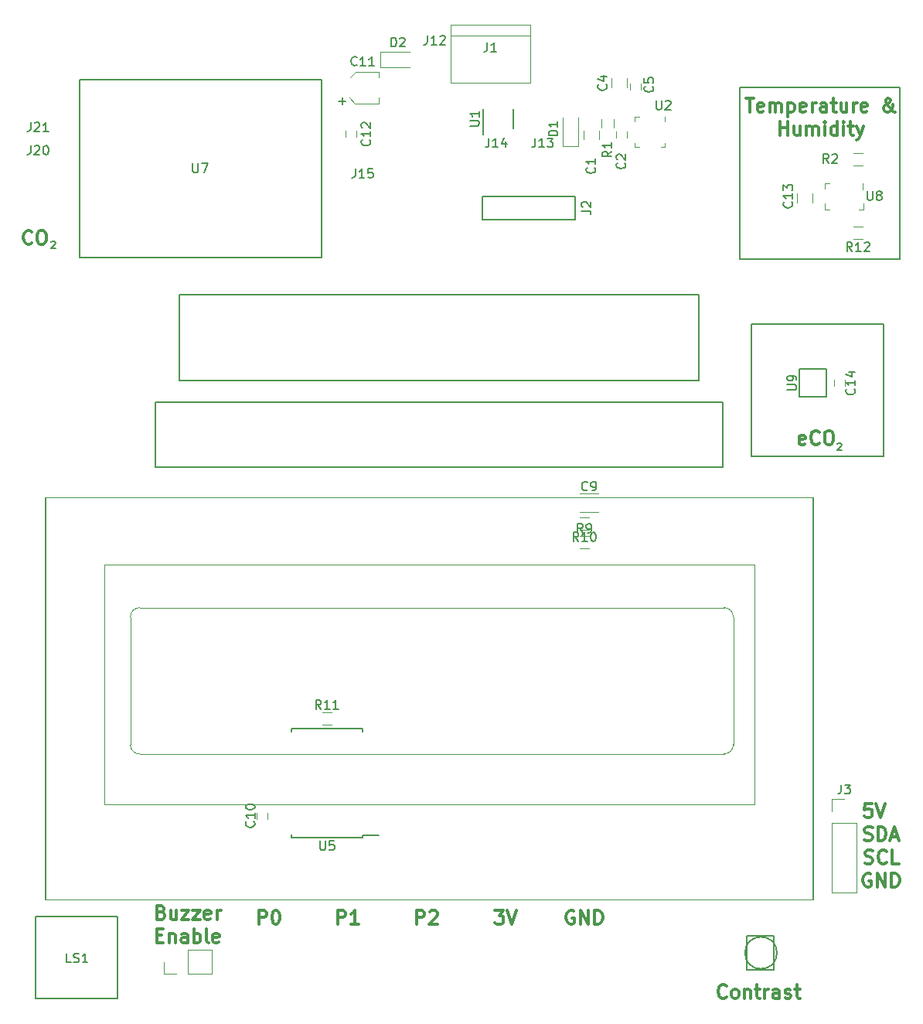
<source format=gbr>
G04 #@! TF.FileFunction,Legend,Top*
%FSLAX46Y46*%
G04 Gerber Fmt 4.6, Leading zero omitted, Abs format (unit mm)*
G04 Created by KiCad (PCBNEW 4.0.7) date Fri Feb 16 14:05:18 2018*
%MOMM*%
%LPD*%
G01*
G04 APERTURE LIST*
%ADD10C,0.100000*%
%ADD11C,0.300000*%
%ADD12C,0.190500*%
%ADD13C,0.200000*%
%ADD14C,0.150000*%
%ADD15C,0.120000*%
G04 APERTURE END LIST*
D10*
D11*
X153289143Y-153174000D02*
X153146286Y-153102571D01*
X152932000Y-153102571D01*
X152717715Y-153174000D01*
X152574857Y-153316857D01*
X152503429Y-153459714D01*
X152432000Y-153745429D01*
X152432000Y-153959714D01*
X152503429Y-154245429D01*
X152574857Y-154388286D01*
X152717715Y-154531143D01*
X152932000Y-154602571D01*
X153074857Y-154602571D01*
X153289143Y-154531143D01*
X153360572Y-154459714D01*
X153360572Y-153959714D01*
X153074857Y-153959714D01*
X154003429Y-154602571D02*
X154003429Y-153102571D01*
X154860572Y-154602571D01*
X154860572Y-153102571D01*
X155574858Y-154602571D02*
X155574858Y-153102571D01*
X155932001Y-153102571D01*
X156146286Y-153174000D01*
X156289144Y-153316857D01*
X156360572Y-153459714D01*
X156432001Y-153745429D01*
X156432001Y-153959714D01*
X156360572Y-154245429D01*
X156289144Y-154388286D01*
X156146286Y-154531143D01*
X155932001Y-154602571D01*
X155574858Y-154602571D01*
X144653144Y-153102571D02*
X145581715Y-153102571D01*
X145081715Y-153674000D01*
X145296001Y-153674000D01*
X145438858Y-153745429D01*
X145510287Y-153816857D01*
X145581715Y-153959714D01*
X145581715Y-154316857D01*
X145510287Y-154459714D01*
X145438858Y-154531143D01*
X145296001Y-154602571D01*
X144867429Y-154602571D01*
X144724572Y-154531143D01*
X144653144Y-154459714D01*
X146010286Y-153102571D02*
X146510286Y-154602571D01*
X147010286Y-153102571D01*
X136052858Y-154602571D02*
X136052858Y-153102571D01*
X136624286Y-153102571D01*
X136767144Y-153174000D01*
X136838572Y-153245429D01*
X136910001Y-153388286D01*
X136910001Y-153602571D01*
X136838572Y-153745429D01*
X136767144Y-153816857D01*
X136624286Y-153888286D01*
X136052858Y-153888286D01*
X137481429Y-153245429D02*
X137552858Y-153174000D01*
X137695715Y-153102571D01*
X138052858Y-153102571D01*
X138195715Y-153174000D01*
X138267144Y-153245429D01*
X138338572Y-153388286D01*
X138338572Y-153531143D01*
X138267144Y-153745429D01*
X137410001Y-154602571D01*
X138338572Y-154602571D01*
X127416858Y-154602571D02*
X127416858Y-153102571D01*
X127988286Y-153102571D01*
X128131144Y-153174000D01*
X128202572Y-153245429D01*
X128274001Y-153388286D01*
X128274001Y-153602571D01*
X128202572Y-153745429D01*
X128131144Y-153816857D01*
X127988286Y-153888286D01*
X127416858Y-153888286D01*
X129702572Y-154602571D02*
X128845429Y-154602571D01*
X129274001Y-154602571D02*
X129274001Y-153102571D01*
X129131144Y-153316857D01*
X128988286Y-153459714D01*
X128845429Y-153531143D01*
X118780858Y-154602571D02*
X118780858Y-153102571D01*
X119352286Y-153102571D01*
X119495144Y-153174000D01*
X119566572Y-153245429D01*
X119638001Y-153388286D01*
X119638001Y-153602571D01*
X119566572Y-153745429D01*
X119495144Y-153816857D01*
X119352286Y-153888286D01*
X118780858Y-153888286D01*
X120566572Y-153102571D02*
X120709429Y-153102571D01*
X120852286Y-153174000D01*
X120923715Y-153245429D01*
X120995144Y-153388286D01*
X121066572Y-153674000D01*
X121066572Y-154031143D01*
X120995144Y-154316857D01*
X120923715Y-154459714D01*
X120852286Y-154531143D01*
X120709429Y-154602571D01*
X120566572Y-154602571D01*
X120423715Y-154531143D01*
X120352286Y-154459714D01*
X120280858Y-154316857D01*
X120209429Y-154031143D01*
X120209429Y-153674000D01*
X120280858Y-153388286D01*
X120352286Y-153245429D01*
X120423715Y-153174000D01*
X120566572Y-153102571D01*
D12*
X96048286Y-79919286D02*
X96084572Y-79883000D01*
X96157143Y-79846714D01*
X96338572Y-79846714D01*
X96411143Y-79883000D01*
X96447429Y-79919286D01*
X96483714Y-79991857D01*
X96483714Y-80064429D01*
X96447429Y-80173286D01*
X96012000Y-80608714D01*
X96483714Y-80608714D01*
D11*
X93912572Y-80037714D02*
X93841143Y-80109143D01*
X93626857Y-80180571D01*
X93484000Y-80180571D01*
X93269715Y-80109143D01*
X93126857Y-79966286D01*
X93055429Y-79823429D01*
X92984000Y-79537714D01*
X92984000Y-79323429D01*
X93055429Y-79037714D01*
X93126857Y-78894857D01*
X93269715Y-78752000D01*
X93484000Y-78680571D01*
X93626857Y-78680571D01*
X93841143Y-78752000D01*
X93912572Y-78823429D01*
X94841143Y-78680571D02*
X95126857Y-78680571D01*
X95269715Y-78752000D01*
X95412572Y-78894857D01*
X95484000Y-79180571D01*
X95484000Y-79680571D01*
X95412572Y-79966286D01*
X95269715Y-80109143D01*
X95126857Y-80180571D01*
X94841143Y-80180571D01*
X94698286Y-80109143D01*
X94555429Y-79966286D01*
X94484000Y-79680571D01*
X94484000Y-79180571D01*
X94555429Y-78894857D01*
X94698286Y-78752000D01*
X94841143Y-78680571D01*
D13*
X188976000Y-62992000D02*
X171450000Y-62992000D01*
X188976000Y-81788000D02*
X188976000Y-62992000D01*
X171450000Y-81788000D02*
X188976000Y-81788000D01*
X171450000Y-62992000D02*
X171450000Y-81788000D01*
D11*
X172090001Y-64197571D02*
X172947144Y-64197571D01*
X172518573Y-65697571D02*
X172518573Y-64197571D01*
X174018572Y-65626143D02*
X173875715Y-65697571D01*
X173590001Y-65697571D01*
X173447144Y-65626143D01*
X173375715Y-65483286D01*
X173375715Y-64911857D01*
X173447144Y-64769000D01*
X173590001Y-64697571D01*
X173875715Y-64697571D01*
X174018572Y-64769000D01*
X174090001Y-64911857D01*
X174090001Y-65054714D01*
X173375715Y-65197571D01*
X174732858Y-65697571D02*
X174732858Y-64697571D01*
X174732858Y-64840429D02*
X174804286Y-64769000D01*
X174947144Y-64697571D01*
X175161429Y-64697571D01*
X175304286Y-64769000D01*
X175375715Y-64911857D01*
X175375715Y-65697571D01*
X175375715Y-64911857D02*
X175447144Y-64769000D01*
X175590001Y-64697571D01*
X175804286Y-64697571D01*
X175947144Y-64769000D01*
X176018572Y-64911857D01*
X176018572Y-65697571D01*
X176732858Y-64697571D02*
X176732858Y-66197571D01*
X176732858Y-64769000D02*
X176875715Y-64697571D01*
X177161429Y-64697571D01*
X177304286Y-64769000D01*
X177375715Y-64840429D01*
X177447144Y-64983286D01*
X177447144Y-65411857D01*
X177375715Y-65554714D01*
X177304286Y-65626143D01*
X177161429Y-65697571D01*
X176875715Y-65697571D01*
X176732858Y-65626143D01*
X178661429Y-65626143D02*
X178518572Y-65697571D01*
X178232858Y-65697571D01*
X178090001Y-65626143D01*
X178018572Y-65483286D01*
X178018572Y-64911857D01*
X178090001Y-64769000D01*
X178232858Y-64697571D01*
X178518572Y-64697571D01*
X178661429Y-64769000D01*
X178732858Y-64911857D01*
X178732858Y-65054714D01*
X178018572Y-65197571D01*
X179375715Y-65697571D02*
X179375715Y-64697571D01*
X179375715Y-64983286D02*
X179447143Y-64840429D01*
X179518572Y-64769000D01*
X179661429Y-64697571D01*
X179804286Y-64697571D01*
X180947143Y-65697571D02*
X180947143Y-64911857D01*
X180875714Y-64769000D01*
X180732857Y-64697571D01*
X180447143Y-64697571D01*
X180304286Y-64769000D01*
X180947143Y-65626143D02*
X180804286Y-65697571D01*
X180447143Y-65697571D01*
X180304286Y-65626143D01*
X180232857Y-65483286D01*
X180232857Y-65340429D01*
X180304286Y-65197571D01*
X180447143Y-65126143D01*
X180804286Y-65126143D01*
X180947143Y-65054714D01*
X181447143Y-64697571D02*
X182018572Y-64697571D01*
X181661429Y-64197571D02*
X181661429Y-65483286D01*
X181732857Y-65626143D01*
X181875715Y-65697571D01*
X182018572Y-65697571D01*
X183161429Y-64697571D02*
X183161429Y-65697571D01*
X182518572Y-64697571D02*
X182518572Y-65483286D01*
X182590000Y-65626143D01*
X182732858Y-65697571D01*
X182947143Y-65697571D01*
X183090000Y-65626143D01*
X183161429Y-65554714D01*
X183875715Y-65697571D02*
X183875715Y-64697571D01*
X183875715Y-64983286D02*
X183947143Y-64840429D01*
X184018572Y-64769000D01*
X184161429Y-64697571D01*
X184304286Y-64697571D01*
X185375714Y-65626143D02*
X185232857Y-65697571D01*
X184947143Y-65697571D01*
X184804286Y-65626143D01*
X184732857Y-65483286D01*
X184732857Y-64911857D01*
X184804286Y-64769000D01*
X184947143Y-64697571D01*
X185232857Y-64697571D01*
X185375714Y-64769000D01*
X185447143Y-64911857D01*
X185447143Y-65054714D01*
X184732857Y-65197571D01*
X188447143Y-65697571D02*
X188375714Y-65697571D01*
X188232857Y-65626143D01*
X188018571Y-65411857D01*
X187661428Y-64983286D01*
X187518571Y-64769000D01*
X187447143Y-64554714D01*
X187447143Y-64411857D01*
X187518571Y-64269000D01*
X187661428Y-64197571D01*
X187732857Y-64197571D01*
X187875714Y-64269000D01*
X187947143Y-64411857D01*
X187947143Y-64483286D01*
X187875714Y-64626143D01*
X187804285Y-64697571D01*
X187375714Y-64983286D01*
X187304285Y-65054714D01*
X187232857Y-65197571D01*
X187232857Y-65411857D01*
X187304285Y-65554714D01*
X187375714Y-65626143D01*
X187518571Y-65697571D01*
X187732857Y-65697571D01*
X187875714Y-65626143D01*
X187947143Y-65554714D01*
X188161428Y-65269000D01*
X188232857Y-65054714D01*
X188232857Y-64911857D01*
X175840000Y-68247571D02*
X175840000Y-66747571D01*
X175840000Y-67461857D02*
X176697143Y-67461857D01*
X176697143Y-68247571D02*
X176697143Y-66747571D01*
X178054286Y-67247571D02*
X178054286Y-68247571D01*
X177411429Y-67247571D02*
X177411429Y-68033286D01*
X177482857Y-68176143D01*
X177625715Y-68247571D01*
X177840000Y-68247571D01*
X177982857Y-68176143D01*
X178054286Y-68104714D01*
X178768572Y-68247571D02*
X178768572Y-67247571D01*
X178768572Y-67390429D02*
X178840000Y-67319000D01*
X178982858Y-67247571D01*
X179197143Y-67247571D01*
X179340000Y-67319000D01*
X179411429Y-67461857D01*
X179411429Y-68247571D01*
X179411429Y-67461857D02*
X179482858Y-67319000D01*
X179625715Y-67247571D01*
X179840000Y-67247571D01*
X179982858Y-67319000D01*
X180054286Y-67461857D01*
X180054286Y-68247571D01*
X180768572Y-68247571D02*
X180768572Y-67247571D01*
X180768572Y-66747571D02*
X180697143Y-66819000D01*
X180768572Y-66890429D01*
X180840000Y-66819000D01*
X180768572Y-66747571D01*
X180768572Y-66890429D01*
X182125715Y-68247571D02*
X182125715Y-66747571D01*
X182125715Y-68176143D02*
X181982858Y-68247571D01*
X181697144Y-68247571D01*
X181554286Y-68176143D01*
X181482858Y-68104714D01*
X181411429Y-67961857D01*
X181411429Y-67533286D01*
X181482858Y-67390429D01*
X181554286Y-67319000D01*
X181697144Y-67247571D01*
X181982858Y-67247571D01*
X182125715Y-67319000D01*
X182840001Y-68247571D02*
X182840001Y-67247571D01*
X182840001Y-66747571D02*
X182768572Y-66819000D01*
X182840001Y-66890429D01*
X182911429Y-66819000D01*
X182840001Y-66747571D01*
X182840001Y-66890429D01*
X183340001Y-67247571D02*
X183911430Y-67247571D01*
X183554287Y-66747571D02*
X183554287Y-68033286D01*
X183625715Y-68176143D01*
X183768573Y-68247571D01*
X183911430Y-68247571D01*
X184268573Y-67247571D02*
X184625716Y-68247571D01*
X184982858Y-67247571D02*
X184625716Y-68247571D01*
X184482858Y-68604714D01*
X184411430Y-68676143D01*
X184268573Y-68747571D01*
D13*
X172720000Y-103378000D02*
X172720000Y-88900000D01*
X187198000Y-103378000D02*
X172720000Y-103378000D01*
X187198000Y-88900000D02*
X187198000Y-103378000D01*
X172720000Y-88900000D02*
X187198000Y-88900000D01*
D12*
X182154286Y-102017286D02*
X182190572Y-101981000D01*
X182263143Y-101944714D01*
X182444572Y-101944714D01*
X182517143Y-101981000D01*
X182553429Y-102017286D01*
X182589714Y-102089857D01*
X182589714Y-102162429D01*
X182553429Y-102271286D01*
X182118000Y-102706714D01*
X182589714Y-102706714D01*
D11*
X178582000Y-102029343D02*
X178439143Y-102100771D01*
X178153429Y-102100771D01*
X178010572Y-102029343D01*
X177939143Y-101886486D01*
X177939143Y-101315057D01*
X178010572Y-101172200D01*
X178153429Y-101100771D01*
X178439143Y-101100771D01*
X178582000Y-101172200D01*
X178653429Y-101315057D01*
X178653429Y-101457914D01*
X177939143Y-101600771D01*
X180153429Y-101957914D02*
X180082000Y-102029343D01*
X179867714Y-102100771D01*
X179724857Y-102100771D01*
X179510572Y-102029343D01*
X179367714Y-101886486D01*
X179296286Y-101743629D01*
X179224857Y-101457914D01*
X179224857Y-101243629D01*
X179296286Y-100957914D01*
X179367714Y-100815057D01*
X179510572Y-100672200D01*
X179724857Y-100600771D01*
X179867714Y-100600771D01*
X180082000Y-100672200D01*
X180153429Y-100743629D01*
X181082000Y-100600771D02*
X181367714Y-100600771D01*
X181510572Y-100672200D01*
X181653429Y-100815057D01*
X181724857Y-101100771D01*
X181724857Y-101600771D01*
X181653429Y-101886486D01*
X181510572Y-102029343D01*
X181367714Y-102100771D01*
X181082000Y-102100771D01*
X180939143Y-102029343D01*
X180796286Y-101886486D01*
X180724857Y-101600771D01*
X180724857Y-101100771D01*
X180796286Y-100815057D01*
X180939143Y-100672200D01*
X181082000Y-100600771D01*
X169982000Y-162587714D02*
X169910571Y-162659143D01*
X169696285Y-162730571D01*
X169553428Y-162730571D01*
X169339143Y-162659143D01*
X169196285Y-162516286D01*
X169124857Y-162373429D01*
X169053428Y-162087714D01*
X169053428Y-161873429D01*
X169124857Y-161587714D01*
X169196285Y-161444857D01*
X169339143Y-161302000D01*
X169553428Y-161230571D01*
X169696285Y-161230571D01*
X169910571Y-161302000D01*
X169982000Y-161373429D01*
X170839143Y-162730571D02*
X170696285Y-162659143D01*
X170624857Y-162587714D01*
X170553428Y-162444857D01*
X170553428Y-162016286D01*
X170624857Y-161873429D01*
X170696285Y-161802000D01*
X170839143Y-161730571D01*
X171053428Y-161730571D01*
X171196285Y-161802000D01*
X171267714Y-161873429D01*
X171339143Y-162016286D01*
X171339143Y-162444857D01*
X171267714Y-162587714D01*
X171196285Y-162659143D01*
X171053428Y-162730571D01*
X170839143Y-162730571D01*
X171982000Y-161730571D02*
X171982000Y-162730571D01*
X171982000Y-161873429D02*
X172053428Y-161802000D01*
X172196286Y-161730571D01*
X172410571Y-161730571D01*
X172553428Y-161802000D01*
X172624857Y-161944857D01*
X172624857Y-162730571D01*
X173124857Y-161730571D02*
X173696286Y-161730571D01*
X173339143Y-161230571D02*
X173339143Y-162516286D01*
X173410571Y-162659143D01*
X173553429Y-162730571D01*
X173696286Y-162730571D01*
X174196286Y-162730571D02*
X174196286Y-161730571D01*
X174196286Y-162016286D02*
X174267714Y-161873429D01*
X174339143Y-161802000D01*
X174482000Y-161730571D01*
X174624857Y-161730571D01*
X175767714Y-162730571D02*
X175767714Y-161944857D01*
X175696285Y-161802000D01*
X175553428Y-161730571D01*
X175267714Y-161730571D01*
X175124857Y-161802000D01*
X175767714Y-162659143D02*
X175624857Y-162730571D01*
X175267714Y-162730571D01*
X175124857Y-162659143D01*
X175053428Y-162516286D01*
X175053428Y-162373429D01*
X175124857Y-162230571D01*
X175267714Y-162159143D01*
X175624857Y-162159143D01*
X175767714Y-162087714D01*
X176410571Y-162659143D02*
X176553428Y-162730571D01*
X176839143Y-162730571D01*
X176982000Y-162659143D01*
X177053428Y-162516286D01*
X177053428Y-162444857D01*
X176982000Y-162302000D01*
X176839143Y-162230571D01*
X176624857Y-162230571D01*
X176482000Y-162159143D01*
X176410571Y-162016286D01*
X176410571Y-161944857D01*
X176482000Y-161802000D01*
X176624857Y-161730571D01*
X176839143Y-161730571D01*
X176982000Y-161802000D01*
X177482000Y-161730571D02*
X178053429Y-161730571D01*
X177696286Y-161230571D02*
X177696286Y-162516286D01*
X177767714Y-162659143D01*
X177910572Y-162730571D01*
X178053429Y-162730571D01*
X185801143Y-149110000D02*
X185658286Y-149038571D01*
X185444000Y-149038571D01*
X185229715Y-149110000D01*
X185086857Y-149252857D01*
X185015429Y-149395714D01*
X184944000Y-149681429D01*
X184944000Y-149895714D01*
X185015429Y-150181429D01*
X185086857Y-150324286D01*
X185229715Y-150467143D01*
X185444000Y-150538571D01*
X185586857Y-150538571D01*
X185801143Y-150467143D01*
X185872572Y-150395714D01*
X185872572Y-149895714D01*
X185586857Y-149895714D01*
X186515429Y-150538571D02*
X186515429Y-149038571D01*
X187372572Y-150538571D01*
X187372572Y-149038571D01*
X188086858Y-150538571D02*
X188086858Y-149038571D01*
X188444001Y-149038571D01*
X188658286Y-149110000D01*
X188801144Y-149252857D01*
X188872572Y-149395714D01*
X188944001Y-149681429D01*
X188944001Y-149895714D01*
X188872572Y-150181429D01*
X188801144Y-150324286D01*
X188658286Y-150467143D01*
X188444001Y-150538571D01*
X188086858Y-150538571D01*
X185158286Y-147927143D02*
X185372572Y-147998571D01*
X185729715Y-147998571D01*
X185872572Y-147927143D01*
X185944001Y-147855714D01*
X186015429Y-147712857D01*
X186015429Y-147570000D01*
X185944001Y-147427143D01*
X185872572Y-147355714D01*
X185729715Y-147284286D01*
X185444001Y-147212857D01*
X185301143Y-147141429D01*
X185229715Y-147070000D01*
X185158286Y-146927143D01*
X185158286Y-146784286D01*
X185229715Y-146641429D01*
X185301143Y-146570000D01*
X185444001Y-146498571D01*
X185801143Y-146498571D01*
X186015429Y-146570000D01*
X187515429Y-147855714D02*
X187444000Y-147927143D01*
X187229714Y-147998571D01*
X187086857Y-147998571D01*
X186872572Y-147927143D01*
X186729714Y-147784286D01*
X186658286Y-147641429D01*
X186586857Y-147355714D01*
X186586857Y-147141429D01*
X186658286Y-146855714D01*
X186729714Y-146712857D01*
X186872572Y-146570000D01*
X187086857Y-146498571D01*
X187229714Y-146498571D01*
X187444000Y-146570000D01*
X187515429Y-146641429D01*
X188872572Y-147998571D02*
X188158286Y-147998571D01*
X188158286Y-146498571D01*
X185122572Y-145387143D02*
X185336858Y-145458571D01*
X185694001Y-145458571D01*
X185836858Y-145387143D01*
X185908287Y-145315714D01*
X185979715Y-145172857D01*
X185979715Y-145030000D01*
X185908287Y-144887143D01*
X185836858Y-144815714D01*
X185694001Y-144744286D01*
X185408287Y-144672857D01*
X185265429Y-144601429D01*
X185194001Y-144530000D01*
X185122572Y-144387143D01*
X185122572Y-144244286D01*
X185194001Y-144101429D01*
X185265429Y-144030000D01*
X185408287Y-143958571D01*
X185765429Y-143958571D01*
X185979715Y-144030000D01*
X186622572Y-145458571D02*
X186622572Y-143958571D01*
X186979715Y-143958571D01*
X187194000Y-144030000D01*
X187336858Y-144172857D01*
X187408286Y-144315714D01*
X187479715Y-144601429D01*
X187479715Y-144815714D01*
X187408286Y-145101429D01*
X187336858Y-145244286D01*
X187194000Y-145387143D01*
X186979715Y-145458571D01*
X186622572Y-145458571D01*
X188051143Y-145030000D02*
X188765429Y-145030000D01*
X187908286Y-145458571D02*
X188408286Y-143958571D01*
X188908286Y-145458571D01*
X185896287Y-141418571D02*
X185182001Y-141418571D01*
X185110572Y-142132857D01*
X185182001Y-142061429D01*
X185324858Y-141990000D01*
X185682001Y-141990000D01*
X185824858Y-142061429D01*
X185896287Y-142132857D01*
X185967715Y-142275714D01*
X185967715Y-142632857D01*
X185896287Y-142775714D01*
X185824858Y-142847143D01*
X185682001Y-142918571D01*
X185324858Y-142918571D01*
X185182001Y-142847143D01*
X185110572Y-142775714D01*
X186396286Y-141418571D02*
X186896286Y-142918571D01*
X187396286Y-141418571D01*
X108105143Y-153303857D02*
X108319429Y-153375286D01*
X108390857Y-153446714D01*
X108462286Y-153589571D01*
X108462286Y-153803857D01*
X108390857Y-153946714D01*
X108319429Y-154018143D01*
X108176571Y-154089571D01*
X107605143Y-154089571D01*
X107605143Y-152589571D01*
X108105143Y-152589571D01*
X108248000Y-152661000D01*
X108319429Y-152732429D01*
X108390857Y-152875286D01*
X108390857Y-153018143D01*
X108319429Y-153161000D01*
X108248000Y-153232429D01*
X108105143Y-153303857D01*
X107605143Y-153303857D01*
X109748000Y-153089571D02*
X109748000Y-154089571D01*
X109105143Y-153089571D02*
X109105143Y-153875286D01*
X109176571Y-154018143D01*
X109319429Y-154089571D01*
X109533714Y-154089571D01*
X109676571Y-154018143D01*
X109748000Y-153946714D01*
X110319429Y-153089571D02*
X111105143Y-153089571D01*
X110319429Y-154089571D01*
X111105143Y-154089571D01*
X111533715Y-153089571D02*
X112319429Y-153089571D01*
X111533715Y-154089571D01*
X112319429Y-154089571D01*
X113462286Y-154018143D02*
X113319429Y-154089571D01*
X113033715Y-154089571D01*
X112890858Y-154018143D01*
X112819429Y-153875286D01*
X112819429Y-153303857D01*
X112890858Y-153161000D01*
X113033715Y-153089571D01*
X113319429Y-153089571D01*
X113462286Y-153161000D01*
X113533715Y-153303857D01*
X113533715Y-153446714D01*
X112819429Y-153589571D01*
X114176572Y-154089571D02*
X114176572Y-153089571D01*
X114176572Y-153375286D02*
X114248000Y-153232429D01*
X114319429Y-153161000D01*
X114462286Y-153089571D01*
X114605143Y-153089571D01*
X107605143Y-155853857D02*
X108105143Y-155853857D01*
X108319429Y-156639571D02*
X107605143Y-156639571D01*
X107605143Y-155139571D01*
X108319429Y-155139571D01*
X108962286Y-155639571D02*
X108962286Y-156639571D01*
X108962286Y-155782429D02*
X109033714Y-155711000D01*
X109176572Y-155639571D01*
X109390857Y-155639571D01*
X109533714Y-155711000D01*
X109605143Y-155853857D01*
X109605143Y-156639571D01*
X110962286Y-156639571D02*
X110962286Y-155853857D01*
X110890857Y-155711000D01*
X110748000Y-155639571D01*
X110462286Y-155639571D01*
X110319429Y-155711000D01*
X110962286Y-156568143D02*
X110819429Y-156639571D01*
X110462286Y-156639571D01*
X110319429Y-156568143D01*
X110248000Y-156425286D01*
X110248000Y-156282429D01*
X110319429Y-156139571D01*
X110462286Y-156068143D01*
X110819429Y-156068143D01*
X110962286Y-155996714D01*
X111676572Y-156639571D02*
X111676572Y-155139571D01*
X111676572Y-155711000D02*
X111819429Y-155639571D01*
X112105143Y-155639571D01*
X112248000Y-155711000D01*
X112319429Y-155782429D01*
X112390858Y-155925286D01*
X112390858Y-156353857D01*
X112319429Y-156496714D01*
X112248000Y-156568143D01*
X112105143Y-156639571D01*
X111819429Y-156639571D01*
X111676572Y-156568143D01*
X113248001Y-156639571D02*
X113105143Y-156568143D01*
X113033715Y-156425286D01*
X113033715Y-155139571D01*
X114390857Y-156568143D02*
X114248000Y-156639571D01*
X113962286Y-156639571D01*
X113819429Y-156568143D01*
X113748000Y-156425286D01*
X113748000Y-155853857D01*
X113819429Y-155711000D01*
X113962286Y-155639571D01*
X114248000Y-155639571D01*
X114390857Y-155711000D01*
X114462286Y-155853857D01*
X114462286Y-155996714D01*
X113748000Y-156139571D01*
D14*
X169621200Y-97459800D02*
X107442000Y-97459800D01*
X169621200Y-104571800D02*
X169621200Y-97459800D01*
X107442000Y-104571800D02*
X169621200Y-104571800D01*
X107442000Y-97459800D02*
X107442000Y-104571800D01*
D15*
X155940000Y-107438000D02*
X153940000Y-107438000D01*
X153940000Y-109478000D02*
X155940000Y-109478000D01*
X148469600Y-56142600D02*
X139769600Y-56142600D01*
X148469600Y-62552600D02*
X139769600Y-62552600D01*
X139769600Y-62552600D02*
X139769600Y-56142600D01*
X139769600Y-57372600D02*
X148469600Y-57372600D01*
X148469600Y-56142600D02*
X148469600Y-62552600D01*
D14*
X179464001Y-107892000D02*
X179464001Y-151892000D01*
X95464001Y-151892000D02*
X95464001Y-107892000D01*
D15*
X95464001Y-107892000D02*
X179464001Y-107892000D01*
X179464001Y-151892000D02*
X95464001Y-151892000D01*
X140234001Y-151950000D02*
X137234001Y-151950000D01*
X104704001Y-134982000D02*
X104704001Y-120982000D01*
X169734001Y-135982000D02*
X105734001Y-135982000D01*
X170734001Y-120982000D02*
X170734001Y-134982000D01*
X105734001Y-119982000D02*
X169734001Y-119982000D01*
X170729401Y-120959060D02*
G75*
G03X169728641Y-119958300I-1000760J0D01*
G01*
X169738641Y-135977760D02*
G75*
G03X170736861Y-134979540I0J998220D01*
G01*
X104700041Y-134989540D02*
G75*
G03X105698261Y-135987760I998220J0D01*
G01*
X105708261Y-119978300D02*
G75*
G03X104707501Y-120979060I0J-1000760D01*
G01*
X101864001Y-115242000D02*
X173064001Y-115242000D01*
X173064001Y-115242000D02*
X173064001Y-141542000D01*
X173064001Y-141542000D02*
X101864001Y-141542000D01*
X101864001Y-141542000D02*
X101864001Y-115242000D01*
X156044000Y-68724400D02*
X156044000Y-67724400D01*
X154344000Y-67724400D02*
X154344000Y-68724400D01*
X159096001Y-67808400D02*
X159096001Y-68508400D01*
X157896001Y-68508400D02*
X157896001Y-67808400D01*
X157366600Y-62034799D02*
X157366600Y-63034799D01*
X159066600Y-63034799D02*
X159066600Y-62034799D01*
X159445400Y-63265800D02*
X159445400Y-62565800D01*
X160645400Y-62565800D02*
X160645400Y-63265800D01*
X118526000Y-143098000D02*
X118526000Y-142398000D01*
X119726000Y-142398000D02*
X119726000Y-143098000D01*
X129319600Y-64772800D02*
X128709600Y-64162800D01*
X131879600Y-64772800D02*
X131879600Y-64162800D01*
X129339600Y-61332800D02*
X128739600Y-61922800D01*
X131879600Y-61332800D02*
X131879600Y-61922800D01*
X129319600Y-64772800D02*
X131859600Y-64772800D01*
X131879600Y-61332800D02*
X129339600Y-61332800D01*
X129479600Y-67772801D02*
X129479600Y-68472801D01*
X128279600Y-68472801D02*
X128279600Y-67772801D01*
X179413194Y-75604644D02*
X179413194Y-74604644D01*
X177713194Y-74604644D02*
X177713194Y-75604644D01*
X182972000Y-95027000D02*
X182972000Y-95727000D01*
X181772000Y-95727000D02*
X181772000Y-95027000D01*
X152058000Y-69464000D02*
X153758000Y-69464000D01*
X153758000Y-69464000D02*
X153758000Y-66314000D01*
X152058000Y-69464000D02*
X152058000Y-66314000D01*
X157652000Y-66454400D02*
X157652000Y-67454400D01*
X156292000Y-67454400D02*
X156292000Y-66454400D01*
X154932000Y-113456000D02*
X153932000Y-113456000D01*
X153932000Y-112096000D02*
X154932000Y-112096000D01*
X154932000Y-111424000D02*
X153932000Y-111424000D01*
X153932000Y-110064000D02*
X154932000Y-110064000D01*
X126738000Y-132760000D02*
X125738000Y-132760000D01*
X125738000Y-131400000D02*
X126738000Y-131400000D01*
X183904000Y-78288600D02*
X184904000Y-78288600D01*
X184904000Y-79648600D02*
X183904000Y-79648600D01*
D14*
X172220000Y-159637000D02*
X172220000Y-155887000D01*
X175220000Y-159637000D02*
X172220000Y-159637000D01*
X175220000Y-155887000D02*
X175220000Y-159637000D01*
X172220000Y-155887000D02*
X175220000Y-155887000D01*
X175520000Y-157762000D02*
G75*
G03X175520000Y-157762000I-1750000J0D01*
G01*
D15*
X163280200Y-69078204D02*
X163280200Y-69578204D01*
X163280200Y-69578204D02*
X162780200Y-69578204D01*
X159960200Y-66758204D02*
X159960200Y-66258204D01*
X159960200Y-66258204D02*
X160460200Y-66258204D01*
X159960200Y-69078204D02*
X159960200Y-69578204D01*
X159960200Y-69578204D02*
X160460200Y-69578204D01*
X163280200Y-66258204D02*
X163280200Y-66758204D01*
D14*
X130113000Y-145142000D02*
X130113000Y-144892000D01*
X122363000Y-145142000D02*
X122363000Y-144797000D01*
X122363000Y-133242000D02*
X122363000Y-133587000D01*
X130113000Y-133242000D02*
X130113000Y-133587000D01*
X130113000Y-145142000D02*
X122363000Y-145142000D01*
X130113000Y-133242000D02*
X122363000Y-133242000D01*
X130113000Y-144892000D02*
X131938000Y-144892000D01*
X180957000Y-96877000D02*
X177957000Y-96877000D01*
X180957000Y-93877000D02*
X180957000Y-96877000D01*
X177957000Y-93877000D02*
X180957000Y-93877000D01*
X177957000Y-96877000D02*
X177957000Y-93877000D01*
X99119599Y-62182800D02*
X99119599Y-81682800D01*
X125629599Y-62182800D02*
X125619599Y-81682800D01*
X125619599Y-62182800D02*
X99119599Y-62182800D01*
X125619599Y-81682800D02*
X99119599Y-81682800D01*
D15*
X132110400Y-59119400D02*
X132110400Y-60819400D01*
X132110400Y-60819400D02*
X135260400Y-60819400D01*
X132110400Y-59119400D02*
X135260400Y-59119400D01*
X113598000Y-160080000D02*
X113598000Y-157420000D01*
X110998000Y-160080000D02*
X113598000Y-160080000D01*
X110998000Y-157420000D02*
X113598000Y-157420000D01*
X110998000Y-160080000D02*
X110998000Y-157420000D01*
X109728000Y-160080000D02*
X108398000Y-160080000D01*
X108398000Y-160080000D02*
X108398000Y-158750000D01*
D14*
X167005000Y-85725000D02*
X110109000Y-85725000D01*
X167005000Y-95123000D02*
X167005000Y-85725000D01*
X110109000Y-95123000D02*
X167005000Y-95123000D01*
X110109000Y-85725000D02*
X110109000Y-95123000D01*
X94306000Y-162742000D02*
X94306000Y-153742000D01*
X103306000Y-162742000D02*
X94306000Y-162742000D01*
X103306000Y-153742000D02*
X103306000Y-162742000D01*
X94306000Y-153742000D02*
X103306000Y-153742000D01*
X143256000Y-74930000D02*
X153416000Y-74930000D01*
X143256000Y-77470000D02*
X143256000Y-74930000D01*
X153416000Y-77470000D02*
X143256000Y-77470000D01*
X153416000Y-74930000D02*
X153416000Y-77470000D01*
D15*
X181550000Y-151190000D02*
X184210000Y-151190000D01*
X181550000Y-143510000D02*
X181550000Y-151190000D01*
X184210000Y-143510000D02*
X184210000Y-151190000D01*
X181550000Y-143510000D02*
X184210000Y-143510000D01*
X181550000Y-142240000D02*
X181550000Y-140910000D01*
X181550000Y-140910000D02*
X182880000Y-140910000D01*
D14*
X146684000Y-67474000D02*
X146684000Y-65424000D01*
X143384000Y-68179000D02*
X143384000Y-65424000D01*
D10*
X181260000Y-73480000D02*
X180780000Y-73480000D01*
X180780000Y-73480000D02*
X180780000Y-74120000D01*
X184930000Y-73530000D02*
X184930000Y-74170000D01*
X180780000Y-75740000D02*
X180780000Y-76380000D01*
X181260000Y-76380000D02*
X180780000Y-76380000D01*
X184980000Y-75740000D02*
X184980000Y-76380000D01*
X184980000Y-76380000D02*
X184500000Y-76380000D01*
D15*
X183904000Y-70186000D02*
X184904000Y-70186000D01*
X184904000Y-71546000D02*
X183904000Y-71546000D01*
D14*
X154773334Y-107065143D02*
X154725715Y-107112762D01*
X154582858Y-107160381D01*
X154487620Y-107160381D01*
X154344762Y-107112762D01*
X154249524Y-107017524D01*
X154201905Y-106922286D01*
X154154286Y-106731810D01*
X154154286Y-106588952D01*
X154201905Y-106398476D01*
X154249524Y-106303238D01*
X154344762Y-106208000D01*
X154487620Y-106160381D01*
X154582858Y-106160381D01*
X154725715Y-106208000D01*
X154773334Y-106255619D01*
X155249524Y-107160381D02*
X155440000Y-107160381D01*
X155535239Y-107112762D01*
X155582858Y-107065143D01*
X155678096Y-106922286D01*
X155725715Y-106731810D01*
X155725715Y-106350857D01*
X155678096Y-106255619D01*
X155630477Y-106208000D01*
X155535239Y-106160381D01*
X155344762Y-106160381D01*
X155249524Y-106208000D01*
X155201905Y-106255619D01*
X155154286Y-106350857D01*
X155154286Y-106588952D01*
X155201905Y-106684190D01*
X155249524Y-106731810D01*
X155344762Y-106779429D01*
X155535239Y-106779429D01*
X155630477Y-106731810D01*
X155678096Y-106684190D01*
X155725715Y-106588952D01*
X143786267Y-58100981D02*
X143786267Y-58815267D01*
X143738647Y-58958124D01*
X143643409Y-59053362D01*
X143500552Y-59100981D01*
X143405314Y-59100981D01*
X144786267Y-59100981D02*
X144214838Y-59100981D01*
X144500552Y-59100981D02*
X144500552Y-58100981D01*
X144405314Y-58243838D01*
X144310076Y-58339076D01*
X144214838Y-58386695D01*
X155551143Y-71794666D02*
X155598762Y-71842285D01*
X155646381Y-71985142D01*
X155646381Y-72080380D01*
X155598762Y-72223238D01*
X155503524Y-72318476D01*
X155408286Y-72366095D01*
X155217810Y-72413714D01*
X155074952Y-72413714D01*
X154884476Y-72366095D01*
X154789238Y-72318476D01*
X154694000Y-72223238D01*
X154646381Y-72080380D01*
X154646381Y-71985142D01*
X154694000Y-71842285D01*
X154741619Y-71794666D01*
X155646381Y-70842285D02*
X155646381Y-71413714D01*
X155646381Y-71128000D02*
X154646381Y-71128000D01*
X154789238Y-71223238D01*
X154884476Y-71318476D01*
X154932095Y-71413714D01*
X158853143Y-71286666D02*
X158900762Y-71334285D01*
X158948381Y-71477142D01*
X158948381Y-71572380D01*
X158900762Y-71715238D01*
X158805524Y-71810476D01*
X158710286Y-71858095D01*
X158519810Y-71905714D01*
X158376952Y-71905714D01*
X158186476Y-71858095D01*
X158091238Y-71810476D01*
X157996000Y-71715238D01*
X157948381Y-71572380D01*
X157948381Y-71477142D01*
X157996000Y-71334285D01*
X158043619Y-71286666D01*
X158043619Y-70905714D02*
X157996000Y-70858095D01*
X157948381Y-70762857D01*
X157948381Y-70524761D01*
X157996000Y-70429523D01*
X158043619Y-70381904D01*
X158138857Y-70334285D01*
X158234095Y-70334285D01*
X158376952Y-70381904D01*
X158948381Y-70953333D01*
X158948381Y-70334285D01*
X156821143Y-62701465D02*
X156868762Y-62749084D01*
X156916381Y-62891941D01*
X156916381Y-62987179D01*
X156868762Y-63130037D01*
X156773524Y-63225275D01*
X156678286Y-63272894D01*
X156487810Y-63320513D01*
X156344952Y-63320513D01*
X156154476Y-63272894D01*
X156059238Y-63225275D01*
X155964000Y-63130037D01*
X155916381Y-62987179D01*
X155916381Y-62891941D01*
X155964000Y-62749084D01*
X156011619Y-62701465D01*
X156249714Y-61844322D02*
X156916381Y-61844322D01*
X155868762Y-62082418D02*
X156583048Y-62320513D01*
X156583048Y-61701465D01*
X161901143Y-62904666D02*
X161948762Y-62952285D01*
X161996381Y-63095142D01*
X161996381Y-63190380D01*
X161948762Y-63333238D01*
X161853524Y-63428476D01*
X161758286Y-63476095D01*
X161567810Y-63523714D01*
X161424952Y-63523714D01*
X161234476Y-63476095D01*
X161139238Y-63428476D01*
X161044000Y-63333238D01*
X160996381Y-63190380D01*
X160996381Y-63095142D01*
X161044000Y-62952285D01*
X161091619Y-62904666D01*
X160996381Y-61999904D02*
X160996381Y-62476095D01*
X161472571Y-62523714D01*
X161424952Y-62476095D01*
X161377333Y-62380857D01*
X161377333Y-62142761D01*
X161424952Y-62047523D01*
X161472571Y-61999904D01*
X161567810Y-61952285D01*
X161805905Y-61952285D01*
X161901143Y-61999904D01*
X161948762Y-62047523D01*
X161996381Y-62142761D01*
X161996381Y-62380857D01*
X161948762Y-62476095D01*
X161901143Y-62523714D01*
X118233143Y-143390857D02*
X118280762Y-143438476D01*
X118328381Y-143581333D01*
X118328381Y-143676571D01*
X118280762Y-143819429D01*
X118185524Y-143914667D01*
X118090286Y-143962286D01*
X117899810Y-144009905D01*
X117756952Y-144009905D01*
X117566476Y-143962286D01*
X117471238Y-143914667D01*
X117376000Y-143819429D01*
X117328381Y-143676571D01*
X117328381Y-143581333D01*
X117376000Y-143438476D01*
X117423619Y-143390857D01*
X118328381Y-142438476D02*
X118328381Y-143009905D01*
X118328381Y-142724191D02*
X117328381Y-142724191D01*
X117471238Y-142819429D01*
X117566476Y-142914667D01*
X117614095Y-143009905D01*
X117328381Y-141819429D02*
X117328381Y-141724190D01*
X117376000Y-141628952D01*
X117423619Y-141581333D01*
X117518857Y-141533714D01*
X117709333Y-141486095D01*
X117947429Y-141486095D01*
X118137905Y-141533714D01*
X118233143Y-141581333D01*
X118280762Y-141628952D01*
X118328381Y-141724190D01*
X118328381Y-141819429D01*
X118280762Y-141914667D01*
X118233143Y-141962286D01*
X118137905Y-142009905D01*
X117947429Y-142057524D01*
X117709333Y-142057524D01*
X117518857Y-142009905D01*
X117423619Y-141962286D01*
X117376000Y-141914667D01*
X117328381Y-141819429D01*
X129506743Y-60555143D02*
X129459124Y-60602762D01*
X129316267Y-60650381D01*
X129221029Y-60650381D01*
X129078171Y-60602762D01*
X128982933Y-60507524D01*
X128935314Y-60412286D01*
X128887695Y-60221810D01*
X128887695Y-60078952D01*
X128935314Y-59888476D01*
X128982933Y-59793238D01*
X129078171Y-59698000D01*
X129221029Y-59650381D01*
X129316267Y-59650381D01*
X129459124Y-59698000D01*
X129506743Y-59745619D01*
X130459124Y-60650381D02*
X129887695Y-60650381D01*
X130173409Y-60650381D02*
X130173409Y-59650381D01*
X130078171Y-59793238D01*
X129982933Y-59888476D01*
X129887695Y-59936095D01*
X131411505Y-60650381D02*
X130840076Y-60650381D01*
X131125790Y-60650381D02*
X131125790Y-59650381D01*
X131030552Y-59793238D01*
X130935314Y-59888476D01*
X130840076Y-59936095D01*
X127548648Y-64514229D02*
X128310553Y-64514229D01*
X127929601Y-64895181D02*
X127929601Y-64133276D01*
X130913143Y-68765658D02*
X130960762Y-68813277D01*
X131008381Y-68956134D01*
X131008381Y-69051372D01*
X130960762Y-69194230D01*
X130865524Y-69289468D01*
X130770286Y-69337087D01*
X130579810Y-69384706D01*
X130436952Y-69384706D01*
X130246476Y-69337087D01*
X130151238Y-69289468D01*
X130056000Y-69194230D01*
X130008381Y-69051372D01*
X130008381Y-68956134D01*
X130056000Y-68813277D01*
X130103619Y-68765658D01*
X131008381Y-67813277D02*
X131008381Y-68384706D01*
X131008381Y-68098992D02*
X130008381Y-68098992D01*
X130151238Y-68194230D01*
X130246476Y-68289468D01*
X130294095Y-68384706D01*
X130103619Y-67432325D02*
X130056000Y-67384706D01*
X130008381Y-67289468D01*
X130008381Y-67051372D01*
X130056000Y-66956134D01*
X130103619Y-66908515D01*
X130198857Y-66860896D01*
X130294095Y-66860896D01*
X130436952Y-66908515D01*
X131008381Y-67479944D01*
X131008381Y-66860896D01*
X177141143Y-75572857D02*
X177188762Y-75620476D01*
X177236381Y-75763333D01*
X177236381Y-75858571D01*
X177188762Y-76001429D01*
X177093524Y-76096667D01*
X176998286Y-76144286D01*
X176807810Y-76191905D01*
X176664952Y-76191905D01*
X176474476Y-76144286D01*
X176379238Y-76096667D01*
X176284000Y-76001429D01*
X176236381Y-75858571D01*
X176236381Y-75763333D01*
X176284000Y-75620476D01*
X176331619Y-75572857D01*
X177236381Y-74620476D02*
X177236381Y-75191905D01*
X177236381Y-74906191D02*
X176236381Y-74906191D01*
X176379238Y-75001429D01*
X176474476Y-75096667D01*
X176522095Y-75191905D01*
X176236381Y-74287143D02*
X176236381Y-73668095D01*
X176617333Y-74001429D01*
X176617333Y-73858571D01*
X176664952Y-73763333D01*
X176712571Y-73715714D01*
X176807810Y-73668095D01*
X177045905Y-73668095D01*
X177141143Y-73715714D01*
X177188762Y-73763333D01*
X177236381Y-73858571D01*
X177236381Y-74144286D01*
X177188762Y-74239524D01*
X177141143Y-74287143D01*
X183979143Y-96019857D02*
X184026762Y-96067476D01*
X184074381Y-96210333D01*
X184074381Y-96305571D01*
X184026762Y-96448429D01*
X183931524Y-96543667D01*
X183836286Y-96591286D01*
X183645810Y-96638905D01*
X183502952Y-96638905D01*
X183312476Y-96591286D01*
X183217238Y-96543667D01*
X183122000Y-96448429D01*
X183074381Y-96305571D01*
X183074381Y-96210333D01*
X183122000Y-96067476D01*
X183169619Y-96019857D01*
X184074381Y-95067476D02*
X184074381Y-95638905D01*
X184074381Y-95353191D02*
X183074381Y-95353191D01*
X183217238Y-95448429D01*
X183312476Y-95543667D01*
X183360095Y-95638905D01*
X183407714Y-94210333D02*
X184074381Y-94210333D01*
X183026762Y-94448429D02*
X183741048Y-94686524D01*
X183741048Y-94067476D01*
X151510381Y-68302095D02*
X150510381Y-68302095D01*
X150510381Y-68064000D01*
X150558000Y-67921142D01*
X150653238Y-67825904D01*
X150748476Y-67778285D01*
X150938952Y-67730666D01*
X151081810Y-67730666D01*
X151272286Y-67778285D01*
X151367524Y-67825904D01*
X151462762Y-67921142D01*
X151510381Y-68064000D01*
X151510381Y-68302095D01*
X151510381Y-66778285D02*
X151510381Y-67349714D01*
X151510381Y-67064000D02*
X150510381Y-67064000D01*
X150653238Y-67159238D01*
X150748476Y-67254476D01*
X150796095Y-67349714D01*
X157424381Y-70016666D02*
X156948190Y-70350000D01*
X157424381Y-70588095D02*
X156424381Y-70588095D01*
X156424381Y-70207142D01*
X156472000Y-70111904D01*
X156519619Y-70064285D01*
X156614857Y-70016666D01*
X156757714Y-70016666D01*
X156852952Y-70064285D01*
X156900571Y-70111904D01*
X156948190Y-70207142D01*
X156948190Y-70588095D01*
X157424381Y-69064285D02*
X157424381Y-69635714D01*
X157424381Y-69350000D02*
X156424381Y-69350000D01*
X156567238Y-69445238D01*
X156662476Y-69540476D01*
X156710095Y-69635714D01*
X154265334Y-111778381D02*
X153932000Y-111302190D01*
X153693905Y-111778381D02*
X153693905Y-110778381D01*
X154074858Y-110778381D01*
X154170096Y-110826000D01*
X154217715Y-110873619D01*
X154265334Y-110968857D01*
X154265334Y-111111714D01*
X154217715Y-111206952D01*
X154170096Y-111254571D01*
X154074858Y-111302190D01*
X153693905Y-111302190D01*
X154741524Y-111778381D02*
X154932000Y-111778381D01*
X155027239Y-111730762D01*
X155074858Y-111683143D01*
X155170096Y-111540286D01*
X155217715Y-111349810D01*
X155217715Y-110968857D01*
X155170096Y-110873619D01*
X155122477Y-110826000D01*
X155027239Y-110778381D01*
X154836762Y-110778381D01*
X154741524Y-110826000D01*
X154693905Y-110873619D01*
X154646286Y-110968857D01*
X154646286Y-111206952D01*
X154693905Y-111302190D01*
X154741524Y-111349810D01*
X154836762Y-111397429D01*
X155027239Y-111397429D01*
X155122477Y-111349810D01*
X155170096Y-111302190D01*
X155217715Y-111206952D01*
X153789143Y-112720381D02*
X153455809Y-112244190D01*
X153217714Y-112720381D02*
X153217714Y-111720381D01*
X153598667Y-111720381D01*
X153693905Y-111768000D01*
X153741524Y-111815619D01*
X153789143Y-111910857D01*
X153789143Y-112053714D01*
X153741524Y-112148952D01*
X153693905Y-112196571D01*
X153598667Y-112244190D01*
X153217714Y-112244190D01*
X154741524Y-112720381D02*
X154170095Y-112720381D01*
X154455809Y-112720381D02*
X154455809Y-111720381D01*
X154360571Y-111863238D01*
X154265333Y-111958476D01*
X154170095Y-112006095D01*
X155360571Y-111720381D02*
X155455810Y-111720381D01*
X155551048Y-111768000D01*
X155598667Y-111815619D01*
X155646286Y-111910857D01*
X155693905Y-112101333D01*
X155693905Y-112339429D01*
X155646286Y-112529905D01*
X155598667Y-112625143D01*
X155551048Y-112672762D01*
X155455810Y-112720381D01*
X155360571Y-112720381D01*
X155265333Y-112672762D01*
X155217714Y-112625143D01*
X155170095Y-112529905D01*
X155122476Y-112339429D01*
X155122476Y-112101333D01*
X155170095Y-111910857D01*
X155217714Y-111815619D01*
X155265333Y-111768000D01*
X155360571Y-111720381D01*
X125595143Y-131082381D02*
X125261809Y-130606190D01*
X125023714Y-131082381D02*
X125023714Y-130082381D01*
X125404667Y-130082381D01*
X125499905Y-130130000D01*
X125547524Y-130177619D01*
X125595143Y-130272857D01*
X125595143Y-130415714D01*
X125547524Y-130510952D01*
X125499905Y-130558571D01*
X125404667Y-130606190D01*
X125023714Y-130606190D01*
X126547524Y-131082381D02*
X125976095Y-131082381D01*
X126261809Y-131082381D02*
X126261809Y-130082381D01*
X126166571Y-130225238D01*
X126071333Y-130320476D01*
X125976095Y-130368095D01*
X127499905Y-131082381D02*
X126928476Y-131082381D01*
X127214190Y-131082381D02*
X127214190Y-130082381D01*
X127118952Y-130225238D01*
X127023714Y-130320476D01*
X126928476Y-130368095D01*
X183761143Y-80970381D02*
X183427809Y-80494190D01*
X183189714Y-80970381D02*
X183189714Y-79970381D01*
X183570667Y-79970381D01*
X183665905Y-80018000D01*
X183713524Y-80065619D01*
X183761143Y-80160857D01*
X183761143Y-80303714D01*
X183713524Y-80398952D01*
X183665905Y-80446571D01*
X183570667Y-80494190D01*
X183189714Y-80494190D01*
X184713524Y-80970381D02*
X184142095Y-80970381D01*
X184427809Y-80970381D02*
X184427809Y-79970381D01*
X184332571Y-80113238D01*
X184237333Y-80208476D01*
X184142095Y-80256095D01*
X185094476Y-80065619D02*
X185142095Y-80018000D01*
X185237333Y-79970381D01*
X185475429Y-79970381D01*
X185570667Y-80018000D01*
X185618286Y-80065619D01*
X185665905Y-80160857D01*
X185665905Y-80256095D01*
X185618286Y-80398952D01*
X185046857Y-80970381D01*
X185665905Y-80970381D01*
X162306095Y-64476381D02*
X162306095Y-65285905D01*
X162353714Y-65381143D01*
X162401333Y-65428762D01*
X162496571Y-65476381D01*
X162687048Y-65476381D01*
X162782286Y-65428762D01*
X162829905Y-65381143D01*
X162877524Y-65285905D01*
X162877524Y-64476381D01*
X163306095Y-64571619D02*
X163353714Y-64524000D01*
X163448952Y-64476381D01*
X163687048Y-64476381D01*
X163782286Y-64524000D01*
X163829905Y-64571619D01*
X163877524Y-64666857D01*
X163877524Y-64762095D01*
X163829905Y-64904952D01*
X163258476Y-65476381D01*
X163877524Y-65476381D01*
X125476095Y-145519381D02*
X125476095Y-146328905D01*
X125523714Y-146424143D01*
X125571333Y-146471762D01*
X125666571Y-146519381D01*
X125857048Y-146519381D01*
X125952286Y-146471762D01*
X125999905Y-146424143D01*
X126047524Y-146328905D01*
X126047524Y-145519381D01*
X126999905Y-145519381D02*
X126523714Y-145519381D01*
X126476095Y-145995571D01*
X126523714Y-145947952D01*
X126618952Y-145900333D01*
X126857048Y-145900333D01*
X126952286Y-145947952D01*
X126999905Y-145995571D01*
X127047524Y-146090810D01*
X127047524Y-146328905D01*
X126999905Y-146424143D01*
X126952286Y-146471762D01*
X126857048Y-146519381D01*
X126618952Y-146519381D01*
X126523714Y-146471762D01*
X126476095Y-146424143D01*
X176659381Y-96138905D02*
X177468905Y-96138905D01*
X177564143Y-96091286D01*
X177611762Y-96043667D01*
X177659381Y-95948429D01*
X177659381Y-95757952D01*
X177611762Y-95662714D01*
X177564143Y-95615095D01*
X177468905Y-95567476D01*
X176659381Y-95567476D01*
X177659381Y-95043667D02*
X177659381Y-94853191D01*
X177611762Y-94757952D01*
X177564143Y-94710333D01*
X177421286Y-94615095D01*
X177230810Y-94567476D01*
X176849857Y-94567476D01*
X176754619Y-94615095D01*
X176707000Y-94662714D01*
X176659381Y-94757952D01*
X176659381Y-94948429D01*
X176707000Y-95043667D01*
X176754619Y-95091286D01*
X176849857Y-95138905D01*
X177087952Y-95138905D01*
X177183190Y-95091286D01*
X177230810Y-95043667D01*
X177278429Y-94948429D01*
X177278429Y-94757952D01*
X177230810Y-94662714D01*
X177183190Y-94615095D01*
X177087952Y-94567476D01*
X111547694Y-71355181D02*
X111547694Y-72164705D01*
X111595313Y-72259943D01*
X111642932Y-72307562D01*
X111738170Y-72355181D01*
X111928647Y-72355181D01*
X112023885Y-72307562D01*
X112071504Y-72259943D01*
X112119123Y-72164705D01*
X112119123Y-71355181D01*
X112500075Y-71355181D02*
X113166742Y-71355181D01*
X112738170Y-72355181D01*
X133272305Y-58571781D02*
X133272305Y-57571781D01*
X133510400Y-57571781D01*
X133653258Y-57619400D01*
X133748496Y-57714638D01*
X133796115Y-57809876D01*
X133843734Y-58000352D01*
X133843734Y-58143210D01*
X133796115Y-58333686D01*
X133748496Y-58428924D01*
X133653258Y-58524162D01*
X133510400Y-58571781D01*
X133272305Y-58571781D01*
X134224686Y-57667019D02*
X134272305Y-57619400D01*
X134367543Y-57571781D01*
X134605639Y-57571781D01*
X134700877Y-57619400D01*
X134748496Y-57667019D01*
X134796115Y-57762257D01*
X134796115Y-57857495D01*
X134748496Y-58000352D01*
X134177067Y-58571781D01*
X134796115Y-58571781D01*
X98213143Y-158819381D02*
X97736952Y-158819381D01*
X97736952Y-157819381D01*
X98498857Y-158771762D02*
X98641714Y-158819381D01*
X98879810Y-158819381D01*
X98975048Y-158771762D01*
X99022667Y-158724143D01*
X99070286Y-158628905D01*
X99070286Y-158533667D01*
X99022667Y-158438429D01*
X98975048Y-158390810D01*
X98879810Y-158343190D01*
X98689333Y-158295571D01*
X98594095Y-158247952D01*
X98546476Y-158200333D01*
X98498857Y-158105095D01*
X98498857Y-158009857D01*
X98546476Y-157914619D01*
X98594095Y-157867000D01*
X98689333Y-157819381D01*
X98927429Y-157819381D01*
X99070286Y-157867000D01*
X100022667Y-158819381D02*
X99451238Y-158819381D01*
X99736952Y-158819381D02*
X99736952Y-157819381D01*
X99641714Y-157962238D01*
X99546476Y-158057476D01*
X99451238Y-158105095D01*
X154138381Y-76533333D02*
X154852667Y-76533333D01*
X154995524Y-76580953D01*
X155090762Y-76676191D01*
X155138381Y-76819048D01*
X155138381Y-76914286D01*
X154233619Y-76104762D02*
X154186000Y-76057143D01*
X154138381Y-75961905D01*
X154138381Y-75723809D01*
X154186000Y-75628571D01*
X154233619Y-75580952D01*
X154328857Y-75533333D01*
X154424095Y-75533333D01*
X154566952Y-75580952D01*
X155138381Y-76152381D01*
X155138381Y-75533333D01*
X182546667Y-139362381D02*
X182546667Y-140076667D01*
X182499047Y-140219524D01*
X182403809Y-140314762D01*
X182260952Y-140362381D01*
X182165714Y-140362381D01*
X182927619Y-139362381D02*
X183546667Y-139362381D01*
X183213333Y-139743333D01*
X183356191Y-139743333D01*
X183451429Y-139790952D01*
X183499048Y-139838571D01*
X183546667Y-139933810D01*
X183546667Y-140171905D01*
X183499048Y-140267143D01*
X183451429Y-140314762D01*
X183356191Y-140362381D01*
X183070476Y-140362381D01*
X182975238Y-140314762D01*
X182927619Y-140267143D01*
X137239477Y-57345581D02*
X137239477Y-58059867D01*
X137191857Y-58202724D01*
X137096619Y-58297962D01*
X136953762Y-58345581D01*
X136858524Y-58345581D01*
X138239477Y-58345581D02*
X137668048Y-58345581D01*
X137953762Y-58345581D02*
X137953762Y-57345581D01*
X137858524Y-57488438D01*
X137763286Y-57583676D01*
X137668048Y-57631295D01*
X138620429Y-57440819D02*
X138668048Y-57393200D01*
X138763286Y-57345581D01*
X139001382Y-57345581D01*
X139096620Y-57393200D01*
X139144239Y-57440819D01*
X139191858Y-57536057D01*
X139191858Y-57631295D01*
X139144239Y-57774152D01*
X138572810Y-58345581D01*
X139191858Y-58345581D01*
X149050477Y-68572381D02*
X149050477Y-69286667D01*
X149002857Y-69429524D01*
X148907619Y-69524762D01*
X148764762Y-69572381D01*
X148669524Y-69572381D01*
X150050477Y-69572381D02*
X149479048Y-69572381D01*
X149764762Y-69572381D02*
X149764762Y-68572381D01*
X149669524Y-68715238D01*
X149574286Y-68810476D01*
X149479048Y-68858095D01*
X150383810Y-68572381D02*
X151002858Y-68572381D01*
X150669524Y-68953333D01*
X150812382Y-68953333D01*
X150907620Y-69000952D01*
X150955239Y-69048571D01*
X151002858Y-69143810D01*
X151002858Y-69381905D01*
X150955239Y-69477143D01*
X150907620Y-69524762D01*
X150812382Y-69572381D01*
X150526667Y-69572381D01*
X150431429Y-69524762D01*
X150383810Y-69477143D01*
X143970477Y-68572381D02*
X143970477Y-69286667D01*
X143922857Y-69429524D01*
X143827619Y-69524762D01*
X143684762Y-69572381D01*
X143589524Y-69572381D01*
X144970477Y-69572381D02*
X144399048Y-69572381D01*
X144684762Y-69572381D02*
X144684762Y-68572381D01*
X144589524Y-68715238D01*
X144494286Y-68810476D01*
X144399048Y-68858095D01*
X145827620Y-68905714D02*
X145827620Y-69572381D01*
X145589524Y-68524762D02*
X145351429Y-69239048D01*
X145970477Y-69239048D01*
X129340077Y-71925181D02*
X129340077Y-72639467D01*
X129292457Y-72782324D01*
X129197219Y-72877562D01*
X129054362Y-72925181D01*
X128959124Y-72925181D01*
X130340077Y-72925181D02*
X129768648Y-72925181D01*
X130054362Y-72925181D02*
X130054362Y-71925181D01*
X129959124Y-72068038D01*
X129863886Y-72163276D01*
X129768648Y-72210895D01*
X131244839Y-71925181D02*
X130768648Y-71925181D01*
X130721029Y-72401371D01*
X130768648Y-72353752D01*
X130863886Y-72306133D01*
X131101982Y-72306133D01*
X131197220Y-72353752D01*
X131244839Y-72401371D01*
X131292458Y-72496610D01*
X131292458Y-72734705D01*
X131244839Y-72829943D01*
X131197220Y-72877562D01*
X131101982Y-72925181D01*
X130863886Y-72925181D01*
X130768648Y-72877562D01*
X130721029Y-72829943D01*
X93780077Y-69385181D02*
X93780077Y-70099467D01*
X93732457Y-70242324D01*
X93637219Y-70337562D01*
X93494362Y-70385181D01*
X93399124Y-70385181D01*
X94208648Y-69480419D02*
X94256267Y-69432800D01*
X94351505Y-69385181D01*
X94589601Y-69385181D01*
X94684839Y-69432800D01*
X94732458Y-69480419D01*
X94780077Y-69575657D01*
X94780077Y-69670895D01*
X94732458Y-69813752D01*
X94161029Y-70385181D01*
X94780077Y-70385181D01*
X95399124Y-69385181D02*
X95494363Y-69385181D01*
X95589601Y-69432800D01*
X95637220Y-69480419D01*
X95684839Y-69575657D01*
X95732458Y-69766133D01*
X95732458Y-70004229D01*
X95684839Y-70194705D01*
X95637220Y-70289943D01*
X95589601Y-70337562D01*
X95494363Y-70385181D01*
X95399124Y-70385181D01*
X95303886Y-70337562D01*
X95256267Y-70289943D01*
X95208648Y-70194705D01*
X95161029Y-70004229D01*
X95161029Y-69766133D01*
X95208648Y-69575657D01*
X95256267Y-69480419D01*
X95303886Y-69432800D01*
X95399124Y-69385181D01*
X93780077Y-66845181D02*
X93780077Y-67559467D01*
X93732457Y-67702324D01*
X93637219Y-67797562D01*
X93494362Y-67845181D01*
X93399124Y-67845181D01*
X94208648Y-66940419D02*
X94256267Y-66892800D01*
X94351505Y-66845181D01*
X94589601Y-66845181D01*
X94684839Y-66892800D01*
X94732458Y-66940419D01*
X94780077Y-67035657D01*
X94780077Y-67130895D01*
X94732458Y-67273752D01*
X94161029Y-67845181D01*
X94780077Y-67845181D01*
X95732458Y-67845181D02*
X95161029Y-67845181D01*
X95446743Y-67845181D02*
X95446743Y-66845181D01*
X95351505Y-66988038D01*
X95256267Y-67083276D01*
X95161029Y-67130895D01*
X141911381Y-67210905D02*
X142720905Y-67210905D01*
X142816143Y-67163286D01*
X142863762Y-67115667D01*
X142911381Y-67020429D01*
X142911381Y-66829952D01*
X142863762Y-66734714D01*
X142816143Y-66687095D01*
X142720905Y-66639476D01*
X141911381Y-66639476D01*
X142911381Y-65639476D02*
X142911381Y-66210905D01*
X142911381Y-65925191D02*
X141911381Y-65925191D01*
X142054238Y-66020429D01*
X142149476Y-66115667D01*
X142197095Y-66210905D01*
X185420095Y-74382381D02*
X185420095Y-75191905D01*
X185467714Y-75287143D01*
X185515333Y-75334762D01*
X185610571Y-75382381D01*
X185801048Y-75382381D01*
X185896286Y-75334762D01*
X185943905Y-75287143D01*
X185991524Y-75191905D01*
X185991524Y-74382381D01*
X186610571Y-74810952D02*
X186515333Y-74763333D01*
X186467714Y-74715714D01*
X186420095Y-74620476D01*
X186420095Y-74572857D01*
X186467714Y-74477619D01*
X186515333Y-74430000D01*
X186610571Y-74382381D01*
X186801048Y-74382381D01*
X186896286Y-74430000D01*
X186943905Y-74477619D01*
X186991524Y-74572857D01*
X186991524Y-74620476D01*
X186943905Y-74715714D01*
X186896286Y-74763333D01*
X186801048Y-74810952D01*
X186610571Y-74810952D01*
X186515333Y-74858571D01*
X186467714Y-74906190D01*
X186420095Y-75001429D01*
X186420095Y-75191905D01*
X186467714Y-75287143D01*
X186515333Y-75334762D01*
X186610571Y-75382381D01*
X186801048Y-75382381D01*
X186896286Y-75334762D01*
X186943905Y-75287143D01*
X186991524Y-75191905D01*
X186991524Y-75001429D01*
X186943905Y-74906190D01*
X186896286Y-74858571D01*
X186801048Y-74810952D01*
X181189334Y-71318381D02*
X180856000Y-70842190D01*
X180617905Y-71318381D02*
X180617905Y-70318381D01*
X180998858Y-70318381D01*
X181094096Y-70366000D01*
X181141715Y-70413619D01*
X181189334Y-70508857D01*
X181189334Y-70651714D01*
X181141715Y-70746952D01*
X181094096Y-70794571D01*
X180998858Y-70842190D01*
X180617905Y-70842190D01*
X181570286Y-70413619D02*
X181617905Y-70366000D01*
X181713143Y-70318381D01*
X181951239Y-70318381D01*
X182046477Y-70366000D01*
X182094096Y-70413619D01*
X182141715Y-70508857D01*
X182141715Y-70604095D01*
X182094096Y-70746952D01*
X181522667Y-71318381D01*
X182141715Y-71318381D01*
M02*

</source>
